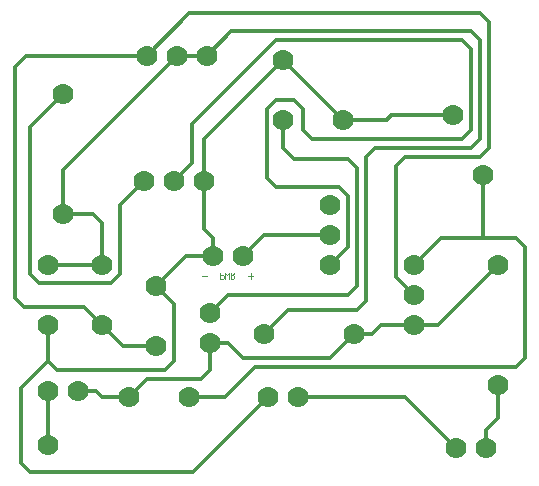
<source format=gbl>
G75*
%MOIN*%
%OFA0B0*%
%FSLAX25Y25*%
%IPPOS*%
%LPD*%
%AMOC8*
5,1,8,0,0,1.08239X$1,22.5*
%
%ADD10C,0.07000*%
%ADD11C,0.00300*%
%ADD12C,0.00200*%
%ADD13C,0.01300*%
D10*
X0041236Y0041236D03*
X0041236Y0059236D03*
X0051236Y0059236D03*
X0068236Y0057236D03*
X0077236Y0074236D03*
X0088236Y0057236D03*
X0095236Y0075236D03*
X0095236Y0085236D03*
X0096236Y0104236D03*
X0106236Y0104236D03*
X0113236Y0078236D03*
X0114549Y0057236D03*
X0124549Y0057236D03*
X0143236Y0078236D03*
X0163236Y0081236D03*
X0163236Y0091236D03*
X0163236Y0101236D03*
X0191236Y0101236D03*
X0186236Y0131236D03*
X0176236Y0151236D03*
X0139799Y0149812D03*
X0119799Y0149812D03*
X0119799Y0169812D03*
X0094236Y0171059D03*
X0084236Y0171059D03*
X0074236Y0171059D03*
X0046236Y0158236D03*
X0073236Y0129413D03*
X0083236Y0129413D03*
X0093236Y0129413D03*
X0077236Y0094236D03*
X0059236Y0101236D03*
X0046236Y0118236D03*
X0041236Y0101236D03*
X0041236Y0081236D03*
X0059236Y0081236D03*
X0135236Y0101236D03*
X0135236Y0111236D03*
X0135236Y0121236D03*
X0191236Y0061236D03*
X0187236Y0040236D03*
X0177236Y0040236D03*
D11*
X0109789Y0097735D02*
X0108045Y0097735D01*
X0108917Y0096863D02*
X0108917Y0098607D01*
X0094289Y0097735D02*
X0092545Y0097735D01*
D12*
X0098655Y0098026D02*
X0099527Y0098026D01*
X0099817Y0097735D01*
X0099817Y0097155D01*
X0099527Y0096864D01*
X0098655Y0096864D01*
X0098655Y0098607D01*
X0100443Y0098607D02*
X0100443Y0096864D01*
X0101604Y0096864D02*
X0101604Y0098607D01*
X0101023Y0098026D01*
X0100443Y0098607D01*
X0102230Y0098607D02*
X0102230Y0096864D01*
X0103101Y0096864D01*
X0103391Y0097155D01*
X0103391Y0097735D01*
X0103101Y0098026D01*
X0102230Y0098026D01*
X0102811Y0098026D02*
X0103391Y0098607D01*
D13*
X0035236Y0032236D02*
X0032236Y0035236D01*
X0032236Y0060236D01*
X0041236Y0069236D01*
X0041236Y0081236D01*
X0033236Y0087236D02*
X0030236Y0090236D01*
X0030236Y0167236D01*
X0034059Y0171059D01*
X0074236Y0171059D01*
X0088414Y0185236D01*
X0185236Y0185236D01*
X0188236Y0182236D01*
X0188236Y0140236D01*
X0185236Y0137236D01*
X0160236Y0137236D01*
X0157236Y0134236D01*
X0157236Y0097236D01*
X0163236Y0091236D01*
X0163236Y0101236D02*
X0172236Y0110236D01*
X0186236Y0110236D01*
X0186236Y0131236D01*
X0182236Y0140236D02*
X0150236Y0140236D01*
X0147236Y0137236D01*
X0147236Y0089236D01*
X0144236Y0086236D01*
X0121236Y0086236D01*
X0113236Y0078236D01*
X0106236Y0070236D02*
X0135236Y0070236D01*
X0143236Y0078236D01*
X0149236Y0078236D01*
X0152236Y0081236D01*
X0163237Y0081236D01*
X0171236Y0081236D01*
X0191236Y0101236D01*
X0186236Y0110236D02*
X0197236Y0110236D01*
X0200236Y0107236D01*
X0200236Y0070236D01*
X0197236Y0067236D01*
X0110236Y0067236D01*
X0100236Y0057236D01*
X0088236Y0057236D01*
X0092236Y0063236D02*
X0095236Y0066236D01*
X0095236Y0075236D01*
X0101236Y0075236D01*
X0106236Y0070236D01*
X0114549Y0057236D02*
X0089549Y0032236D01*
X0035236Y0032236D01*
X0041236Y0041236D02*
X0041236Y0059236D01*
X0044236Y0066236D02*
X0041236Y0069236D01*
X0044236Y0066236D02*
X0080236Y0066236D01*
X0083236Y0069236D01*
X0083236Y0088236D01*
X0077236Y0094236D01*
X0087236Y0104236D01*
X0096236Y0104236D01*
X0096236Y0110236D01*
X0093236Y0113236D01*
X0093236Y0129413D01*
X0093236Y0143249D01*
X0119799Y0169812D01*
X0139799Y0149812D01*
X0154236Y0149812D01*
X0155661Y0151236D01*
X0176236Y0151236D01*
X0182236Y0146236D02*
X0182236Y0173236D01*
X0179236Y0176236D01*
X0117236Y0176236D01*
X0089236Y0148236D01*
X0089236Y0135413D01*
X0083236Y0129413D01*
X0073236Y0129413D02*
X0065236Y0121413D01*
X0065236Y0098236D01*
X0062236Y0095236D01*
X0038236Y0095236D01*
X0035236Y0098236D01*
X0035236Y0147237D01*
X0046236Y0158236D01*
X0046237Y0133060D02*
X0084236Y0171059D01*
X0094236Y0171059D01*
X0102413Y0179236D01*
X0182236Y0179236D01*
X0185236Y0176236D01*
X0185236Y0143236D01*
X0182236Y0140236D01*
X0179236Y0143236D02*
X0182236Y0146236D01*
X0179236Y0143236D02*
X0129236Y0143236D01*
X0126236Y0146236D01*
X0126236Y0153236D01*
X0123236Y0156236D01*
X0117236Y0156236D01*
X0114236Y0153236D01*
X0114236Y0130236D01*
X0117236Y0127236D01*
X0138236Y0127236D01*
X0141236Y0124236D01*
X0141236Y0107236D01*
X0135236Y0101236D01*
X0135236Y0111236D02*
X0113236Y0111236D01*
X0106236Y0104236D01*
X0101236Y0091236D02*
X0095236Y0085236D01*
X0101236Y0091236D02*
X0141236Y0091236D01*
X0144236Y0094236D01*
X0144236Y0133737D01*
X0141236Y0136737D01*
X0123298Y0136737D01*
X0119799Y0140236D01*
X0119799Y0149812D01*
X0059236Y0115236D02*
X0059236Y0101236D01*
X0041236Y0101236D01*
X0033236Y0087236D02*
X0053236Y0087236D01*
X0059236Y0081236D01*
X0066236Y0074236D01*
X0077236Y0074236D01*
X0074236Y0063236D02*
X0092236Y0063236D01*
X0074236Y0063236D02*
X0068236Y0057236D01*
X0059236Y0057236D01*
X0057236Y0059236D01*
X0051236Y0059236D01*
X0059236Y0115236D02*
X0056236Y0118236D01*
X0046237Y0118236D01*
X0046237Y0133060D01*
X0124549Y0057236D02*
X0160236Y0057236D01*
X0177236Y0040236D01*
X0187236Y0040236D02*
X0187236Y0046236D01*
X0191237Y0050237D01*
X0191237Y0061236D01*
M02*

</source>
